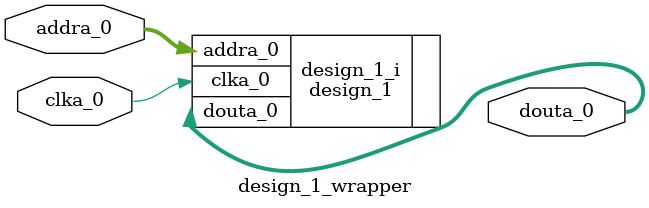
<source format=v>
`timescale 1 ps / 1 ps

module design_1_wrapper
   (addra_0,
    clka_0,
    douta_0);
  input [4:0]addra_0;
  input clka_0;
  output [31:0]douta_0;

  wire [4:0]addra_0;
  wire clka_0;
  wire [31:0]douta_0;

  design_1 design_1_i
       (.addra_0(addra_0),
        .clka_0(clka_0),
        .douta_0(douta_0));
endmodule

</source>
